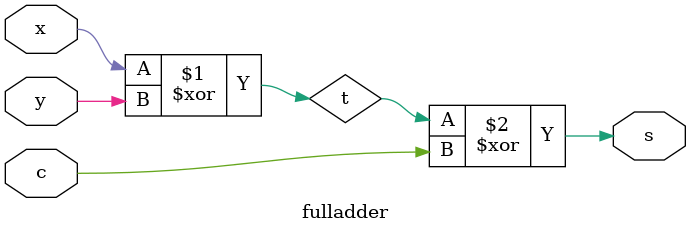
<source format=v>

module arith(
    input [31:0] x,
    input [31:0] y,
    input AFN,
    output [31:0] S,
    output Z,
    output V,
    output N,
    output carry
);

    wire [1:0] px, gx;
    wire c_16;
    wire[31:0] Y;

    fulladder16 adder16_1(
        .x(x[15:0]),
        .y(Y[15:0]),
        .c16(AFN),
        .s(S[15:0]),
        .pm(px[0]),
        .gm(gx[0])
    );

    fulladder16 adder16_2(
        .x(x[31:16]),
        .y(Y[31:16]),
        .c16(c_16),
        .s(S[31:16]),
        .pm(px[1]),
        .gm(gx[1])
    );

    // AFN 用于判断是加法还是减法
    // 两者公用一个32位加法器
    genvar i;
    generate
        for(i = 0; i < 32; i = i + 1)
        begin : add_or_sub
            assign Y[i] = y[i] ^ AFN;
        end
    endgenerate

    assign c_16 = gx[0] | (px[0] & AFN);
    assign carry = gx[1] | (px[1] & px[0]) | (px[1] & px[0] & AFN);

    assign Z = (S == 32'h0) ? 1'b1 : 1'b0;
    assign V = (x[31] == Y[31]) && (x[31] != S[31]);
    assign N = S[31];
endmodule

module fulladder16(
    input [15:0] x,
    input [15:0] y,
    input c16,
    output [15:0] s,
    output pm,
    output gm
);

    // 16位的加法器通过将4个四位的加法器并联
    // 实现组间并联
    wire [3:0] px,  gx;
    wire [3:0] c;
    fulladder4 adder4_1(
        .x(x[3:0]),
        .y(y[3:0]),
        .cin(c[0]),
        .pn(px[0]),
        .gn(gx[0]),
        .s(s[3:0])
    );
    fulladder4 adder4_2(
        .x(x[7:4]),
        .y(y[7:4]),
        .cin(c[1]),
        .pn(px[1]),
        .gn(gx[1]),
        .s(s[7:4])
    );
    fulladder4 adder4_3(
        .x(x[11:8]),
        .y(y[11:8]),
        .cin(c[2]),
        .pn(px[2]),
        .gn(gx[2]),
        .s(s[11:8])
    );
    fulladder4 adder4_4(
        .x(x[15:12]),
        .y(y[15:12]),
        .cin(c[3]),
        .pn(px[3]),
        .gn(gx[3]),
        .s(s[15:12])
    );

    
    assign   c[0] = c16;
    assign   c[1] = gx[0] ^ (px[0] & c16);
    assign   c[2] = gx[1] ^ (px[1] & gx[0]) ^ (px[1] & px[0] & c16);
    assign   c[3] = gx[2] ^ (px[2] & gx[1]) ^ (px[2] & px[1] & gx[0]) ^ (px[2] & px[1] & px[0] & c16);

    assign  pm = px[0] & px[1] & px[2] & px[3];
    assign  gm = gx[3] ^ (px[3] & gx[2]) ^ (px[3] & px[2] & gx[1]) ^ (px[3] & px[2] & px[1] & gx[0]);

endmodule

// 四位加法器，通过四个一位加法器构建
// 使用cla超前进位
module fulladder4(
    input [3:0] x,
    input [3:0] y,
    input cin,
    output pn,
    output gn,
    output [3:0] s
);

    parameter NUM = 4;

    wire [3:0] p, g;
    wire [3:0] c;

    fulladder adder_1(
        .x(x[0]),
        .y(y[0]),
        .c(c[0]),
        .s(s[0])
    );

    fulladder adder_2(
        .x(x[1]),
        .y(y[1]),
        .c(c[1]),
        .s(s[1])
    );

    fulladder adder_3(
        .x(x[2]),
        .y(y[2]),
        .c(c[2]),
        .s(s[2])
    );

    fulladder adder_4(
        .x(x[3]),
        .y(y[3]),
        .c(c[3]),
        .s(s[3])
    );
    CLA carry_in(
        .cin(cin),
        .p(p),
        .g(g),
        .c(c)
    );

    genvar j;
    generate
        for(j = 0; j < NUM; j = j + 1)
        begin : p_g
            assign p[j] = x[j] ^ y[j];
            assign g[j] = x[j] & y[j];
        end
    endgenerate

    assign pn = p[0] & p[1] & p[2] & p[3];
    assign gn = g[3] | (p[3] & g[2]) | (p[3] & p[2] & g[1]) | (p[3] & p[2] & p[1] & g[0]);

endmodule

module CLA(
    input [3:0] p,
    input [3:0] g,
    input cin,
    output [3:0] c
);

    // 分别产生每一位加法需要的进位信号
    // c[4] 用于提供给下一级的CLA作为cin
    assign c[0] = cin;
    assign c[1] = g[0] | (p[0] & cin);
    assign c[2] = g[1] | (p[1] & g[0]) | (p[1] & p[0] & cin);
    assign c[3] = g[2] | (p[2] & g[1]) | (p[2] & p[1] & g[0]) | (p[2] & p[1] & p[0] & cin);
endmodule

module fulladder(
    input x,
    input y,
    input c,
    output s
);

    wire t;
    xor xor1(t, x, y);
    xor xor2(s, t, c);
endmodule

</source>
